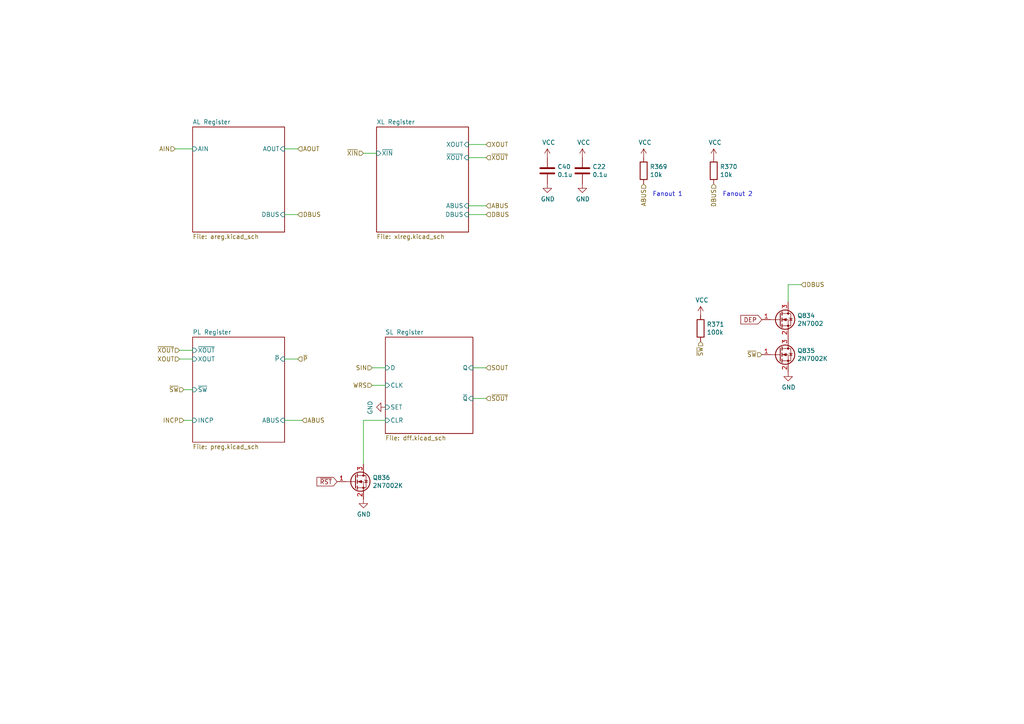
<source format=kicad_sch>
(kicad_sch (version 20211123) (generator eeschema)
  (paper "A4")
  (title_block (title "Q2 Computer") (date "2022-04-16") (rev "4c") (company "joewing.net"))
  (lib_symbols
    (symbol "Device:C" (pin_numbers hide) (pin_names (offset 0.254))
      (property "Reference" "C" (at 0.635 2.54 0))
      (property "Value" "C" (at 0.635 -2.54 0))
      (symbol "C_0_1"
        (polyline (pts (xy -2.032 -0.762) (xy 2.032 -0.762)) (stroke (width 0.508)))
        (polyline (pts (xy -2.032 0.762) (xy 2.032 0.762)) (stroke (width 0.508)))
      )
      (symbol "C_1_1"
        (pin passive line (at 0 3.81 270) (length 2.794) (name "~") (number "1"))
        (pin passive line (at 0 -3.81 90) (length 2.794) (name "~") (number "2"))
      )
    )
    (symbol "Device:R" (pin_numbers hide) (pin_names (offset 0))
      (property "Reference" "R" (at 2.032 0 90))
      (property "Value" "R" (at 0 0 90))
      (symbol "R_0_1"
        (rectangle (start -1.016 -2.54) (end 1.016 2.54) (stroke (width 0.254)))
      )
      (symbol "R_1_1"
        (pin passive line (at 0 3.81 270) (length 1.27) (name "~") (number "1"))
        (pin passive line (at 0 -3.81 90) (length 1.27) (name "~") (number "2"))
      )
    )
    (symbol "Transistor_FET:2N7002" (pin_names hide)
      (property "Reference" "Q" (at 5.08 1.905 0))
      (property "Value" "2N7002" (at 5.08 0 0))
      (symbol "2N7002_0_1"
        (polyline (pts (xy 0.254 0) (xy -2.54 0)))
        (polyline (pts (xy 0.254 1.905) (xy 0.254 -1.905)) (stroke (width 0.254)))
        (polyline (pts (xy 0.762 -1.27) (xy 0.762 -2.286)) (stroke (width 0.254)))
        (polyline (pts (xy 0.762 0.508) (xy 0.762 -0.508)) (stroke (width 0.254)))
        (polyline (pts (xy 0.762 2.286) (xy 0.762 1.27)) (stroke (width 0.254)))
        (polyline (pts (xy 2.54 2.54) (xy 2.54 1.778)))
        (polyline (pts (xy 2.54 -2.54) (xy 2.54 0) (xy 0.762 0)))
        (polyline (pts (xy 0.762 -1.778) (xy 3.302 -1.778) (xy 3.302 1.778) (xy 0.762 1.778)))
        (polyline (pts (xy 1.016 0) (xy 2.032 0.381) (xy 2.032 -0.381) (xy 1.016 0)) (fill (type outline)))
        (polyline (pts (xy 2.794 0.508) (xy 2.921 0.381) (xy 3.683 0.381) (xy 3.81 0.254)))
        (polyline (pts (xy 3.302 0.381) (xy 2.921 -0.254) (xy 3.683 -0.254) (xy 3.302 0.381)))
        (circle (center 1.651 0) (radius 2.794) (stroke (width 0.254)))
        (circle (center 2.54 -1.778) (radius 0.254) (fill (type outline)))
        (circle (center 2.54 1.778) (radius 0.254) (fill (type outline)))
      )
      (symbol "2N7002_1_1"
        (pin input line (at -5.08 0 0) (length 2.54) (name "G") (number "1"))
        (pin passive line (at 2.54 -5.08 90) (length 2.54) (name "S") (number "2"))
        (pin passive line (at 2.54 5.08 270) (length 2.54) (name "D") (number "3"))
      )
    )
    (symbol "power:GND" (power) (pin_names (offset 0))
      (property "Value" "GND" (at 0 -3.81 0))
      (symbol "GND_0_1"
        (polyline (pts (xy 0 0) (xy 0 -1.27) (xy 1.27 -1.27) (xy 0 -2.54) (xy -1.27 -1.27) (xy 0 -1.27)))
      )
      (symbol "GND_1_1"
        (pin power_in line (at 0 0 270) (length 0) hide (name "GND") (number "1"))
      )
    )
    (symbol "power:VCC" (power) (pin_names (offset 0))
      (property "Value" "VCC" (at 0 3.81 0))
      (symbol "VCC_0_1"
        (polyline (pts (xy -0.762 1.27) (xy 0 2.54)))
        (polyline (pts (xy 0 0) (xy 0 2.54)))
        (polyline (pts (xy 0 2.54) (xy 0.762 1.27)))
      )
      (symbol "VCC_1_1"
        (pin power_in line (at 0 0 90) (length 0) hide (name "VCC") (number "1"))
      )
    )
  )
  (wire (pts (xy 86.36 62.23) (xy 82.55 62.23)))
  (wire (pts (xy 232.41 82.55) (xy 228.6 82.55)))
  (wire (pts (xy 52.07 101.6) (xy 55.88 101.6)))
  (wire (pts (xy 86.36 104.14) (xy 82.55 104.14)))
  (wire (pts (xy 107.95 111.76) (xy 111.76 111.76)))
  (wire (pts (xy 140.97 115.57) (xy 137.16 115.57)))
  (wire (pts (xy 87.63 121.92) (xy 82.55 121.92)))
  (wire (pts (xy 53.34 121.92) (xy 55.88 121.92)))
  (wire (pts (xy 107.95 106.68) (xy 111.76 106.68)))
  (wire (pts (xy 86.36 43.18) (xy 82.55 43.18)))
  (wire (pts (xy 140.97 41.91) (xy 135.89 41.91)))
  (wire (pts (xy 105.41 44.45) (xy 109.22 44.45)))
  (wire (pts (xy 53.34 113.03) (xy 55.88 113.03)))
  (wire (pts (xy 140.97 45.72) (xy 135.89 45.72)))
  (wire (pts (xy 140.97 59.69) (xy 135.89 59.69)))
  (wire (pts (xy 140.97 106.68) (xy 137.16 106.68)))
  (wire (pts (xy 105.41 121.92) (xy 111.76 121.92)))
  (wire (pts (xy 55.88 104.14) (xy 52.07 104.14)))
  (wire (pts (xy 50.8 43.18) (xy 55.88 43.18)))
  (wire (pts (xy 140.97 62.23) (xy 135.89 62.23)))
  (wire (pts (xy 105.41 134.62) (xy 105.41 121.92)))
  (wire (pts (xy 228.6 82.55) (xy 228.6 87.63)))
  (text "Fanout 1" (at 189.23 57.15 0) (effects (font (size 1.27 1.27)) (justify left bottom)))
  (text "Fanout 2" (at 209.55 57.15 0) (effects (font (size 1.27 1.27)) (justify left bottom)))
  (global_label "DEP" (shape input) (at 220.98 92.71 180) (property "Intersheet References" "${INTERSHEET_REFS}" (effects hide)))
  (global_label "~{RST}" (shape input) (at 97.79 139.7 180) (property "Intersheet References" "${INTERSHEET_REFS}" (effects hide)))
  (hierarchical_label "ABUS" (shape input) (at 140.97 59.69 0))
  (hierarchical_label "~{SW}" (shape input) (at 220.98 102.87 180))
  (hierarchical_label "DBUS" (shape input) (at 207.01 53.34 270))
  (hierarchical_label "ABUS" (shape input) (at 87.63 121.92 0))
  (hierarchical_label "~{P}" (shape input) (at 86.36 104.14 0))
  (hierarchical_label "XOUT" (shape input) (at 52.07 104.14 180))
  (hierarchical_label "~{XIN}" (shape input) (at 105.41 44.45 180))
  (hierarchical_label "DBUS" (shape input) (at 140.97 62.23 0))
  (hierarchical_label "~{SOUT}" (shape input) (at 140.97 115.57 0))
  (hierarchical_label "DBUS" (shape input) (at 86.36 62.23 0))
  (hierarchical_label "~{SW}" (shape input) (at 53.34 113.03 180))
  (hierarchical_label "~{XOUT}" (shape input) (at 52.07 101.6 180))
  (hierarchical_label "DBUS" (shape input) (at 232.41 82.55 0))
  (hierarchical_label "SIN" (shape input) (at 107.95 106.68 180))
  (hierarchical_label "~{XOUT}" (shape input) (at 140.97 45.72 0))
  (hierarchical_label "AOUT" (shape input) (at 86.36 43.18 0))
  (hierarchical_label "WRS" (shape input) (at 107.95 111.76 180))
  (hierarchical_label "INCP" (shape input) (at 53.34 121.92 180))
  (hierarchical_label "XOUT" (shape input) (at 140.97 41.91 0))
  (hierarchical_label "~{SW}" (shape input) (at 203.2 99.06 270))
  (hierarchical_label "AIN" (shape input) (at 50.8 43.18 180))
  (hierarchical_label "SOUT" (shape input) (at 140.97 106.68 0))
  (hierarchical_label "ABUS" (shape input) (at 186.69 53.34 270))
  (symbol (lib_id "Device:C") (at 168.91 49.53 0) (unit 1)
    (property "Reference" "C22" (at 171.831 48.3616 0) (effects (justify left)))
    (property "Value" "0.1u" (at 171.831 50.673 0) (effects (justify left)))
    (property "Footprint" "Capacitor_SMD:C_0805_2012Metric" (effects hide))
    (property "LCSC" "C49678" (effects hide))
    (property "Manufacturer" "YAGEO" (effects hide))
    (property "Part Number" "CC0805KRX7R9BB104" (effects hide))
    (property "Package" "0805" (effects hide))
    (property "Type" "SMD" (effects hide))
  )
  (symbol (lib_id "power:VCC") (at 168.91 45.72 0) (unit 1)
    (property "Reference" "#PWR0719" (effects hide))
    (property "Value" "VCC" (at 169.291 41.3258 0))
  )
  (symbol (lib_id "power:GND") (at 168.91 53.34 0) (unit 1)
    (property "Reference" "#PWR0722" (effects hide))
    (property "Value" "GND" (at 169.037 57.7342 0))
  )
  (symbol (lib_id "Device:R") (at 186.69 49.53 0) (unit 1)
    (property "Reference" "R369" (at 188.468 48.3616 0) (effects (justify left)))
    (property "Value" "10k" (at 188.468 50.673 0) (effects (justify left)))
    (property "Footprint" "Resistor_SMD:R_0603_1608Metric" (effects hide))
    (property "LCSC" "C25804" (effects hide))
    (property "Manufacturer" "UNI-ROYAL(Uniroyal Elec)" (effects hide))
    (property "Part Number" "0603WAF1002T5E" (effects hide))
    (property "Package" "0603" (effects hide))
    (property "Type" "SMD" (effects hide))
  )
  (symbol (lib_id "power:VCC") (at 186.69 45.72 0) (unit 1)
    (property "Reference" "#PWR0720" (effects hide))
    (property "Value" "VCC" (at 187.071 41.3258 0))
  )
  (symbol (lib_id "Device:R") (at 207.01 49.53 0) (unit 1)
    (property "Reference" "R370" (at 208.788 48.3616 0) (effects (justify left)))
    (property "Value" "10k" (at 208.788 50.673 0) (effects (justify left)))
    (property "Footprint" "Resistor_SMD:R_0603_1608Metric" (effects hide))
    (property "LCSC" "C25804" (effects hide))
    (property "Manufacturer" "UNI-ROYAL(Uniroyal Elec)" (effects hide))
    (property "Part Number" "0603WAF1002T5E" (effects hide))
    (property "Package" "0603" (effects hide))
    (property "Type" "SMD" (effects hide))
  )
  (symbol (lib_id "power:VCC") (at 207.01 45.72 0) (unit 1)
    (property "Reference" "#PWR0721" (effects hide))
    (property "Value" "VCC" (at 207.391 41.3258 0))
  )
  (symbol (lib_id "Transistor_FET:2N7002") (at 226.06 92.71 0) (unit 1)
    (property "Reference" "Q834" (at 231.2416 91.5416 0) (effects (justify left)))
    (property "Value" "2N7002" (at 231.2416 93.853 0) (effects (justify left)))
    (property "Footprint" "Package_TO_SOT_SMD:SOT-23" (effects hide))
    (property "LCSC" "C181083" (effects hide))
    (property "Manufacturer" "Guangdong Hottech" (effects hide))
    (property "Part Number" "2N7002" (effects hide))
    (property "Package" "SOT-23" (effects hide))
    (property "Type" "SMD" (effects hide))
  )
  (symbol (lib_id "Transistor_FET:2N7002") (at 226.06 102.87 0) (unit 1)
    (property "Reference" "Q835" (at 231.2416 101.7016 0) (effects (justify left)))
    (property "Value" "2N7002K" (at 231.2416 104.013 0) (effects (justify left)))
    (property "Footprint" "Package_TO_SOT_SMD:SOT-23" (effects hide))
    (property "LCSC" "C181083" (effects hide))
    (property "Manufacturer" "Guangdong Hottech" (effects hide))
    (property "Part Number" "2N7002K" (effects hide))
    (property "Package" "SOT-23" (effects hide))
    (property "Type" "SMD" (effects hide))
  )
  (symbol (lib_id "power:GND") (at 228.6 107.95 0) (unit 1)
    (property "Reference" "#PWR0724" (effects hide))
    (property "Value" "GND" (at 228.727 112.3442 0))
  )
  (symbol (lib_id "power:GND") (at 111.76 118.11 270) (unit 1)
    (property "Reference" "#PWR0725" (effects hide))
    (property "Value" "GND" (at 107.3658 118.237 0))
  )
  (symbol (lib_id "Transistor_FET:2N7002") (at 102.87 139.7 0) (unit 1)
    (property "Reference" "Q836" (at 108.0516 138.5316 0) (effects (justify left)))
    (property "Value" "2N7002K" (at 108.0516 140.843 0) (effects (justify left)))
    (property "Footprint" "Package_TO_SOT_SMD:SOT-23" (effects hide))
    (property "LCSC" "C181083" (effects hide))
    (property "Manufacturer" "Guangdong Hottech" (effects hide))
    (property "Part Number" "2N7002K" (effects hide))
    (property "Package" "SOT-23" (effects hide))
    (property "Type" "SMD" (effects hide))
  )
  (symbol (lib_id "power:GND") (at 105.41 144.78 0) (unit 1)
    (property "Reference" "#PWR0726" (effects hide))
    (property "Value" "GND" (at 105.537 149.1742 0))
  )
  (symbol (lib_id "power:VCC") (at 203.2 91.44 0) (unit 1)
    (property "Reference" "#PWR0723" (effects hide))
    (property "Value" "VCC" (at 203.581 87.0458 0))
  )
  (symbol (lib_id "Device:R") (at 203.2 95.25 0) (unit 1)
    (property "Reference" "R371" (at 204.978 94.0816 0) (effects (justify left)))
    (property "Value" "100k" (at 204.978 96.393 0) (effects (justify left)))
    (property "Footprint" "Resistor_SMD:R_0603_1608Metric" (effects hide))
    (property "LCSC" "C25803" (effects hide))
    (property "Manufacturer" "UNI-ROYAL(Uniroyal Elec)" (effects hide))
    (property "Part Number" "0603WAF1003T5E" (effects hide))
    (property "Package" "0603" (effects hide))
    (property "Type" "SMD" (effects hide))
  )
  (symbol (lib_id "Device:C") (at 158.75 49.53 0) (unit 1)
    (property "Reference" "C40" (at 161.671 48.3616 0) (effects (justify left)))
    (property "Value" "0.1u" (at 161.671 50.673 0) (effects (justify left)))
    (property "Footprint" "Capacitor_SMD:C_0805_2012Metric" (effects hide))
    (property "LCSC" "C49678" (effects hide))
    (property "Manufacturer" "YAGEO" (effects hide))
    (property "Part Number" "CC0805KRX7R9BB104" (effects hide))
    (property "Package" "0805" (effects hide))
    (property "Type" "SMD" (effects hide))
  )
  (symbol (lib_id "power:VCC") (at 158.75 45.72 0) (unit 1)
    (property "Reference" "#PWR0945" (effects hide))
    (property "Value" "VCC" (at 159.131 41.3258 0))
  )
  (symbol (lib_id "power:GND") (at 158.75 53.34 0) (unit 1)
    (property "Reference" "#PWR0946" (effects hide))
    (property "Value" "GND" (at 158.877 57.7342 0))
  )
  (sheet (at 55.88 36.83) (size 26.67 30.48)
    (property "Sheet name" "AL Register" (at 55.88 36.1184 0) (effects (justify left bottom)))
    (property "Sheet file" "areg.kicad_sch" (at 55.88 67.8946 0) (effects (justify left top)))
    (pin "DBUS" input (at 82.55 62.23 0))
    (pin "AOUT" input (at 82.55 43.18 0))
    (pin "AIN" input (at 55.88 43.18 180))
  )
  (sheet (at 55.88 97.79) (size 26.67 30.48)
    (property "Sheet name" "PL Register" (at 55.88 97.0784 0) (effects (justify left bottom)))
    (property "Sheet file" "preg.kicad_sch" (at 55.88 128.8546 0) (effects (justify left top)))
    (pin "ABUS" input (at 82.55 121.92 0))
    (pin "~{P}" input (at 82.55 104.14 0))
    (pin "~{XOUT}" input (at 55.88 101.6 180))
    (pin "~{SW}" input (at 55.88 113.03 180))
    (pin "XOUT" input (at 55.88 104.14 180))
    (pin "INCP" input (at 55.88 121.92 180))
  )
  (sheet (at 109.22 36.83) (size 26.67 30.48)
    (property "Sheet name" "XL Register" (at 109.22 36.1184 0) (effects (justify left bottom)))
    (property "Sheet file" "xlreg.kicad_sch" (at 109.22 67.8946 0) (effects (justify left top)))
    (pin "ABUS" input (at 135.89 59.69 0))
    (pin "XOUT" input (at 135.89 41.91 0))
    (pin "~{XOUT}" input (at 135.89 45.72 0))
    (pin "~{XIN}" input (at 109.22 44.45 180))
    (pin "DBUS" input (at 135.89 62.23 0))
  )
  (sheet (at 111.76 97.79) (size 25.4 27.94)
    (property "Sheet name" "SL Register" (at 111.76 97.0784 0) (effects (justify left bottom)))
    (property "Sheet file" "dff.kicad_sch" (at 111.76 126.3146 0) (effects (justify left top)))
    (pin "D" input (at 111.76 106.68 180))
    (pin "CLK" input (at 111.76 111.76 180))
    (pin "Q" input (at 137.16 106.68 0))
    (pin "~{Q}" input (at 137.16 115.57 0))
    (pin "SET" input (at 111.76 118.11 180))
    (pin "CLR" input (at 111.76 121.92 180))
  )
)
</source>
